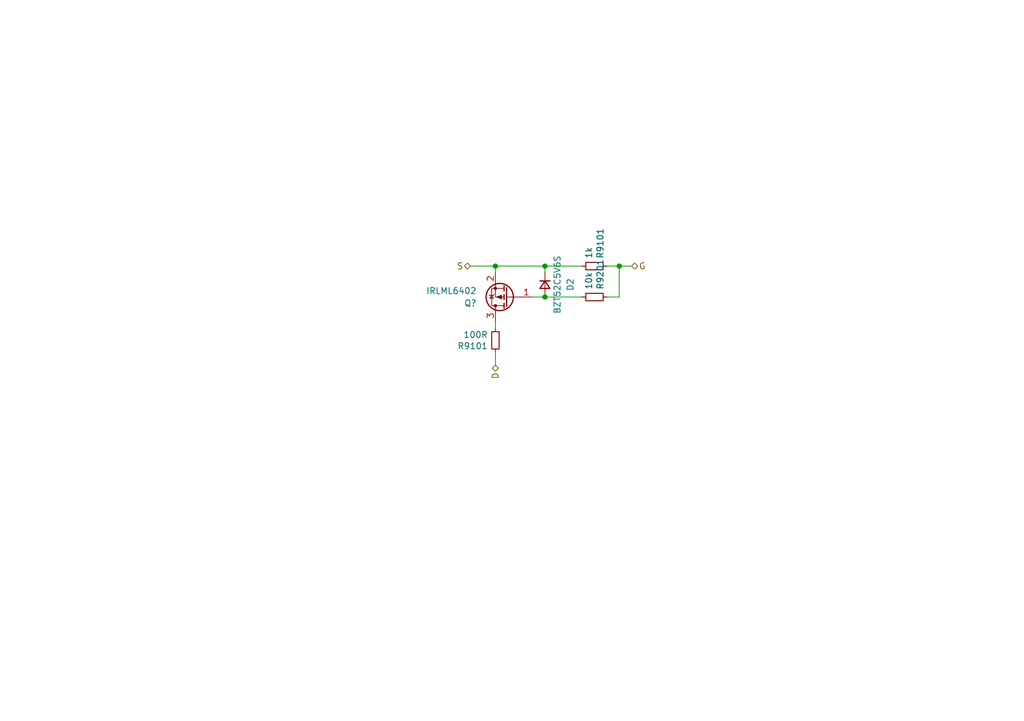
<source format=kicad_sch>
(kicad_sch (version 20230121) (generator eeschema)
  (paper "A5")
  (lib_symbols
    (symbol "Device:D_Small" (pin_numbers hide) (pin_names (offset 0.254) hide)
      (property "Reference" "D" (at -1.27 2.032 0))
      (property "Value" "D_Small" (at -3.81 -2.032 0))
      (symbol "D_Small_0_1"
        (polyline (pts (xy -0.762 -1.016) (xy -0.762 1.016)) (stroke (width 0.254)))
        (polyline (pts (xy -0.762 0) (xy 0.762 0)))
        (polyline (pts (xy 0.762 -1.016) (xy -0.762 0) (xy 0.762 1.016) (xy 0.762 -1.016)) (stroke (width 0.254)))
      )
      (symbol "D_Small_1_1"
        (pin passive line (at -2.54 0 0) (length 1.778) (name "K") (number "1"))
        (pin passive line (at 2.54 0 180) (length 1.778) (name "A") (number "2"))
      )
    )
    (symbol "Device:R_Small" (pin_numbers hide) (pin_names (offset 0.254) hide)
      (property "Reference" "R" (at 0.762 0.508 0))
      (property "Value" "R_Small" (at 0.762 -1.016 0))
      (symbol "R_Small_0_1"
        (rectangle (start -0.762 1.778) (end 0.762 -1.778) (stroke (width 0.2032)))
      )
      (symbol "R_Small_1_1"
        (pin passive line (at 0 2.54 270) (length 0.762) (name "~") (number "1"))
        (pin passive line (at 0 -2.54 90) (length 0.762) (name "~") (number "2"))
      )
    )
    (symbol "Transistor_FET:IRLML6402" (pin_names hide)
      (property "Reference" "Q" (at 5.08 1.905 0))
      (property "Value" "IRLML6402" (at 5.08 0 0))
      (symbol "IRLML6402_0_1"
        (polyline (pts (xy 0.254 0) (xy -2.54 0)))
        (polyline (pts (xy 0.254 1.905) (xy 0.254 -1.905)) (stroke (width 0.254)))
        (polyline (pts (xy 0.762 -1.27) (xy 0.762 -2.286)) (stroke (width 0.254)))
        (polyline (pts (xy 0.762 0.508) (xy 0.762 -0.508)) (stroke (width 0.254)))
        (polyline (pts (xy 0.762 2.286) (xy 0.762 1.27)) (stroke (width 0.254)))
        (polyline (pts (xy 2.54 2.54) (xy 2.54 1.778)))
        (polyline (pts (xy 2.54 -2.54) (xy 2.54 0) (xy 0.762 0)))
        (polyline (pts (xy 0.762 1.778) (xy 3.302 1.778) (xy 3.302 -1.778) (xy 0.762 -1.778)))
        (polyline (pts (xy 2.286 0) (xy 1.27 0.381) (xy 1.27 -0.381) (xy 2.286 0)) (fill (type outline)))
        (polyline (pts (xy 2.794 -0.508) (xy 2.921 -0.381) (xy 3.683 -0.381) (xy 3.81 -0.254)))
        (polyline (pts (xy 3.302 -0.381) (xy 2.921 0.254) (xy 3.683 0.254) (xy 3.302 -0.381)))
        (circle (center 1.651 0) (radius 2.794) (stroke (width 0.254)))
        (circle (center 2.54 -1.778) (radius 0.254) (fill (type outline)))
        (circle (center 2.54 1.778) (radius 0.254) (fill (type outline)))
      )
      (symbol "IRLML6402_1_1"
        (pin input line (at -5.08 0 0) (length 2.54) (name "G") (number "1"))
        (pin passive line (at 2.54 -5.08 90) (length 2.54) (name "S") (number "2"))
        (pin passive line (at 2.54 5.08 270) (length 2.54) (name "D") (number "3"))
      )
    )
  )
  (junction (at 111.76 60.96))
  (junction (at 101.6 54.61))
  (junction (at 127 54.61))
  (junction (at 111.76 54.61))
  (wire (pts (xy 111.76 54.61) (xy 101.6 54.61)))
  (wire (pts (xy 127 54.61) (xy 129.54 54.61)))
  (wire (pts (xy 119.38 54.61) (xy 111.76 54.61)))
  (wire (pts (xy 101.6 72.39) (xy 101.6 74.93)))
  (wire (pts (xy 111.76 54.61) (xy 111.76 55.88)))
  (wire (pts (xy 111.76 60.96) (xy 119.38 60.96)))
  (wire (pts (xy 109.22 60.96) (xy 111.76 60.96)))
  (wire (pts (xy 96.52 54.61) (xy 101.6 54.61)))
  (wire (pts (xy 124.46 54.61) (xy 127 54.61)))
  (wire (pts (xy 101.6 54.61) (xy 101.6 55.88)))
  (wire (pts (xy 101.6 66.04) (xy 101.6 67.31)))
  (wire (pts (xy 124.46 60.96) (xy 127 60.96)))
  (wire (pts (xy 127 54.61) (xy 127 60.96)))
  (hierarchical_label "G" (shape bidirectional) (at 129.54 54.61 0))
  (hierarchical_label "S" (shape bidirectional) (at 96.52 54.61 180))
  (hierarchical_label "D" (shape bidirectional) (at 101.6 74.93 270))
  (symbol (lib_id "Device:R_Small") (at 121.92 54.61 90) (mirror x) (unit 1)
    (property "Reference" "R9101" (at 123.0884 53.1114 0) (effects (justify right)))
    (property "Value" "1k" (at 120.777 53.1114 0) (effects (justify right)))
    (property "Footprint" "Resistor_SMD:R_0603_1608Metric" (effects hide))
    (property "Coefficient" "5%" (effects hide))
    (property "lcsc" "C21190" (effects hide))
    (instances (project "main" (path "" (reference "R9101") (unit 1)) (path "" (reference "R9201") (unit 1))) (project "main" (path "" (reference "R?") (unit 1)) (path "" (reference "R?") (unit 1)) (path "" (reference "R?") (unit 1)) (path "" (reference "R?") (unit 1)) (path "" (reference "R?") (unit 1)) (path "" (reference "R?") (unit 1)) (path "" (reference "R?") (unit 1)) (path "" (reference "R?") (unit 1)) (path "" (reference "R?") (unit 1)) (path "" (reference "R?") (unit 1)) (path "" (reference "R?") (unit 1)) (path "" (reference "R?") (unit 1)) (path "" (reference "R?") (unit 1)) (path "" (reference "R?") (unit 1)) (path "" (reference "R?") (unit 1)) (path "" (reference "R?") (unit 1))))
  )
  (symbol (lib_id "Device:R_Small") (at 121.92 60.96 90) (mirror x) (unit 1)
    (property "Reference" "R9201" (at 123.0884 59.4614 0) (effects (justify right)))
    (property "Value" "10k" (at 120.777 59.4614 0) (effects (justify right)))
    (property "Footprint" "Resistor_SMD:R_0603_1608Metric" (effects hide))
    (property "Coefficient" "5%" (effects hide))
    (property "lcsc" "C25804" (effects hide))
    (instances (project "main" (path "" (reference "R9201") (unit 1)) (path "" (reference "R9101") (unit 1))) (project "main" (path "" (reference "R?") (unit 1)) (path "" (reference "R?") (unit 1)) (path "" (reference "R?") (unit 1)) (path "" (reference "R?") (unit 1)) (path "" (reference "R?") (unit 1)) (path "" (reference "R?") (unit 1)) (path "" (reference "R?") (unit 1)) (path "" (reference "R?") (unit 1)) (path "" (reference "R?") (unit 1)) (path "" (reference "R?") (unit 1)) (path "" (reference "R?") (unit 1)) (path "" (reference "R?") (unit 1)) (path "" (reference "R?") (unit 1)) (path "" (reference "R?") (unit 1)) (path "" (reference "R?") (unit 1)) (path "" (reference "R?") (unit 1))))
  )
  (symbol (lib_id "Transistor_FET:IRLML6402") (at 104.14 60.96 180) (unit 1)
    (property "Reference" "Q?" (at 97.79 62.23 0) (effects (justify left)))
    (property "Value" "IRLML6402" (at 97.79 59.69 0) (effects (justify left)))
    (property "Footprint" "Package_TO_SOT_SMD:SOT-23" (effects hide))
    (property "Datasheet" "https://www.infineon.com/dgdl/irlml6402pbf.pdf?fileId=5546d462533600a401535668d5c2263c" (effects hide))
    (property "lcsc" "C5148470" (effects hide))
  )
  (symbol (lib_id "Device:D_Small") (at 111.76 58.42 270) (unit 1)
    (property "Reference" "D2" (at 116.967 58.42 0))
    (property "Value" "BZT52C5V6S" (at 114.3 58.42 0))
    (property "Footprint" "Diode_SMD:D_SOD-323" (effects hide))
    (property "lcsc" "C2891792" (effects hide))
    (instances (project "main" (path "" (reference "D2") (unit 1))) (project "main" (path "" (reference "D?") (unit 1)) (path "" (reference "D?") (unit 1)) (path "" (reference "D?") (unit 1)) (path "" (reference "D?") (unit 1)) (path "" (reference "D?") (unit 1)) (path "" (reference "D?") (unit 1)) (path "" (reference "D?") (unit 1)) (path "" (reference "D?") (unit 1)) (path "" (reference "D?") (unit 1)) (path "" (reference "D?") (unit 1)) (path "" (reference "D?") (unit 1)) (path "" (reference "D?") (unit 1)) (path "" (reference "D?") (unit 1)) (path "" (reference "D?") (unit 1)) (path "" (reference "D?") (unit 1)) (path "" (reference "D?") (unit 1))))
  )
  (symbol (lib_id "Device:R_Small") (at 101.6 69.85 0) (unit 1)
    (property "Reference" "R9101" (at 100.1014 71.0184 0) (effects (justify right)))
    (property "Value" "100R" (at 100.1014 68.707 0) (effects (justify right)))
    (property "Footprint" "Resistor_SMD:R_1206_3216Metric" (effects hide))
    (property "Coefficient" "5%" (effects hide))
    (property "lcsc" "C17901" (effects hide))
    (instances (project "main" (path "" (reference "R9101") (unit 1)) (path "" (reference "R9201") (unit 1))) (project "main" (path "" (reference "R?") (unit 1)) (path "" (reference "R?") (unit 1)) (path "" (reference "R?") (unit 1)) (path "" (reference "R?") (unit 1)) (path "" (reference "R?") (unit 1)) (path "" (reference "R?") (unit 1)) (path "" (reference "R?") (unit 1)) (path "" (reference "R?") (unit 1)) (path "" (reference "R?") (unit 1)) (path "" (reference "R?") (unit 1)) (path "" (reference "R?") (unit 1)) (path "" (reference "R?") (unit 1)) (path "" (reference "R?") (unit 1)) (path "" (reference "R?") (unit 1)) (path "" (reference "R?") (unit 1)) (path "" (reference "R?") (unit 1))))
  )
)
</source>
